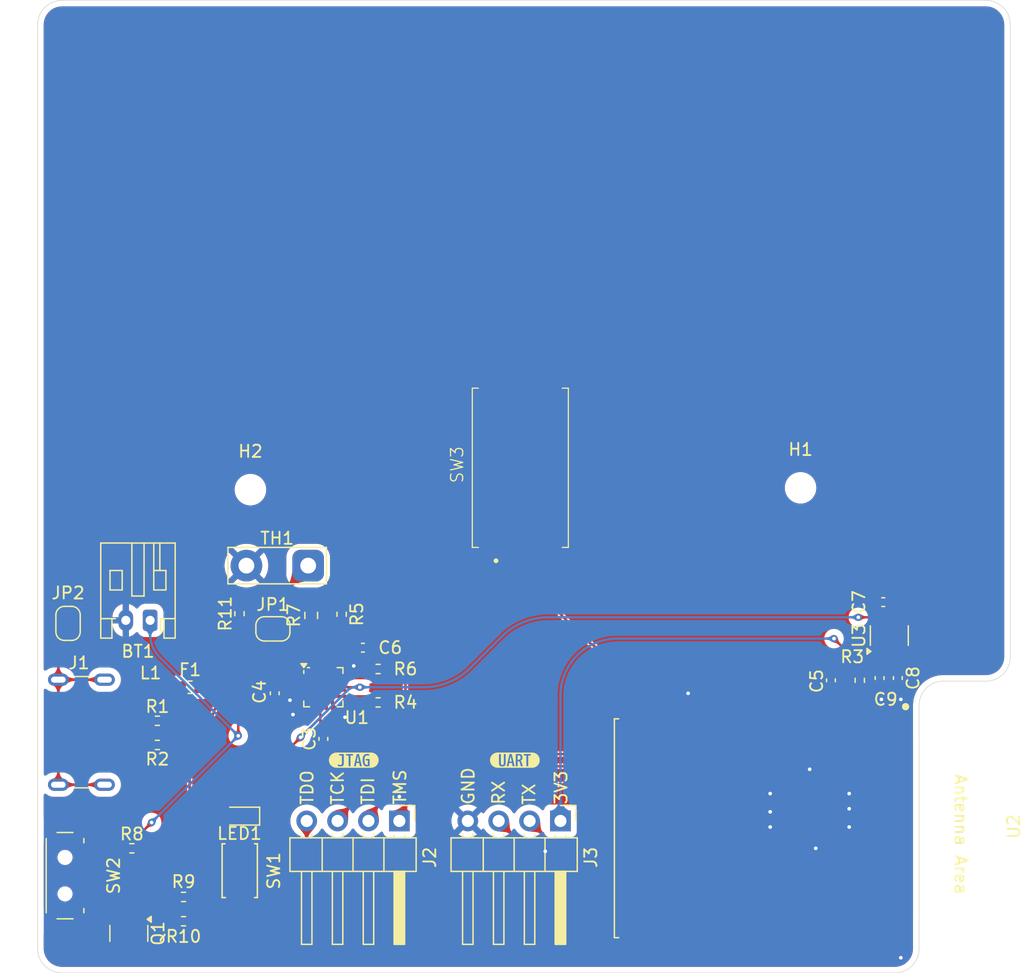
<source format=kicad_pcb>
(kicad_pcb (version 20241229) (generator "pcbnew") (generator_version "9.0")
  (layers (0 "F.Cu" signal) (2 "B.Cu" signal) (13 "F.Paste" user) (15 "B.Paste" user) (5 "F.SilkS" user "F.Silkscreen") (7 "B.SilkS" user "B.Silkscreen") (1 "F.Mask" user) (3 "B.Mask" user) (25 "Edge.Cuts" user))
  (net 0 "")
  (net 1 "+BATT")
  (net 2 "+3V3")
  (net 3 "GND")
  (net 4 "+VSW")
  (net 5 "Net-(U2-EN{slash}CHIP_PU)")
  (net 6 "+5V")
  (net 7 "Net-(F1-Pad1)")
  (net 8 "Net-(J1-CC1)")
  (net 9 "Net-(J1-CC2)")
  (net 10 "Earth")
  (net 11 "TDO")
  (net 12 "TCK")
  (net 13 "TDI")
  (net 14 "TMS")
  (net 15 "/RX")
  (net 16 "/TX")
  (net 17 "TEMP")
  (net 18 "Net-(JP1-A)")
  (net 19 "Net-(LED1-K)")
  (net 20 "SYSOFF")
  (net 21 "Net-(Q1-G)")
  (net 22 "Net-(U1-~{CHG})")
  (net 23 "/TMR")
  (net 24 "/ILIM")
  (net 25 "/ISET")
  (net 26 "Net-(U2-GPIO0{slash}BOOT{slash}ADC2_CH1)")
  (net 43 "/ON")
  (net 44 "Net-(U2-ADC2_CH7{slash}GPIO27)")
  (net 46 "Net-(J1-VBUS-PadA9)")
  (footprint "Package_TO_SOT_SMD:SOT-23" (layer "F.Cu") (at 190 134.25 -90)
    (property "Reference" "Q1")
    (property "Value" "2N7002")
  )
  (footprint "Jumper:SolderJumper-2_P1.3mm_Bridged_RoundedPad1.0x1.5mm" (layer "F.Cu") (at 185 108.75 90)
    (property "Reference" "JP2")
    (property "Value" "Shield")
  )
  (footprint "Capacitor_SMD:C_0402_1005Metric_Pad0.74x0.62mm_HandSolder" (layer "F.Cu") (at 252.05 107 180)
    (property "Reference" "C7")
    (property "Value" "1u")
  )
  (footprint "Fuse:Fuse_0603_1608Metric" (layer "F.Cu") (at 195.0375 114)
    (property "Reference" "F1")
    (property "Value" "750 mA")
  )
  (footprint "Capacitor_SMD:C_0402_1005Metric_Pad0.74x0.62mm_HandSolder" (layer "F.Cu") (at 253.25 113.25 -90)
    (property "Reference" "C8")
    (property "Value" "1u")
  )
  (footprint "kibuzzard-685930AE" (layer "F.Cu") (at 208.5 120)
    (property "Reference" "kibuzzard-685930AE" (hide yes))
    (property "Value" "G***" (hide yes))
  )
  (footprint "MountingHole:MountingHole_2.2mm_M2" (layer "F.Cu") (at 200 97.75)
    (property "Reference" "H2")
    (property "Value" "MountingHole")
  )
  (footprint "Resistor_SMD:R_0402_1005Metric_Pad0.72x0.64mm_HandSolder" (layer "F.Cu") (at 210.5 112.5)
    (property "Reference" "R6")
    (property "Value" "1k5")
  )
  (footprint "Resistor_SMD:R_0402_1005Metric_Pad0.72x0.64mm_HandSolder" (layer "F.Cu") (at 192.3475 118.75 180)
    (property "Reference" "R2")
    (property "Value" "5k1")
  )
  (footprint "Connector_USB:USB_C_Receptacle_HRO_TYPE-C-31-M-17" (layer "F.Cu") (at 185 117.7 -90)
    (property "Reference" "J1")
    (property "Value" "TYPE-C-31-M-17")
  )
  (footprint "Connector_PinHeader_2.54mm:PinHeader_1x04_P2.54mm_Horizontal" (layer "F.Cu") (at 212.25 125 -90)
    (property "Reference" "J2")
    (property "Value" "JTAG")
  )
  (footprint "Resistor_SMD:R_0402_1005Metric_Pad0.72x0.64mm_HandSolder" (layer "F.Cu") (at 250.12 113.4325 -90)
    (property "Reference" "R3")
    (property "Value" "10k")
  )
  (footprint "ExtraComponents:WAGO 2060-452998-404" (layer "F.Cu") (at 222.2 95.7 90)
    (property "Reference" "SW3")
    (property "Value" "SW_ANSWER")
  )
  (footprint "TestPoint:TestPoint_2Pads_Pitch5.08mm_Drill1.3mm" (layer "F.Cu") (at 204.75 104 180)
    (property "Reference" "TH1")
    (property "Value" "10k Thermistor")
  )
  (footprint "Connector_JST:JST_PH_S2B-PH-K_1x02_P2.00mm_Horizontal" (layer "F.Cu") (at 191.75 108.5 180)
    (property "Reference" "BT1")
    (property "Value" "Battery_Cell")
  )
  (footprint "LED_SMD:LED_0603_1608Metric_Pad1.05x0.95mm_HandSolder" (layer "F.Cu") (at 199.098218 124.602664 180)
    (property "Reference" "LED1")
    (property "Value" "green")
  )
  (footprint "Capacitor_SMD:C_0402_1005Metric_Pad0.74x0.62mm_HandSolder" (layer "F.Cu") (at 202 114.5 -90)
    (property "Reference" "C4")
    (property "Value" "4u7")
  )
  (footprint "Resistor_SMD:R_0402_1005Metric_Pad0.72x0.64mm_HandSolder" (layer "F.Cu") (at 199.1 107.95 90)
    (property "Reference" "R11")
    (property "Value" "10k")
  )
  (footprint "Capacitor_SMD:C_0402_1005Metric_Pad0.74x0.62mm_HandSolder" (layer "F.Cu") (at 251.75 113.25 -90)
    (property "Reference" "C9")
    (property "Value" "100n")
  )
  (footprint "Resistor_SMD:R_0402_1005Metric_Pad0.72x0.64mm_HandSolder" (layer "F.Cu") (at 194.5 131.25 180)
    (property "Reference" "R9")
    (property "Value" "100R")
  )
  (footprint "Capacitor_SMD:C_0402_1005Metric_Pad0.74x0.62mm_HandSolder" (layer "F.Cu") (at 206 118.25 90)
    (property "Reference" "C3")
    (property "Value" "4u7")
  )
  (footprint "Resistor_SMD:R_0402_1005Metric_Pad0.72x0.64mm_HandSolder" (layer "F.Cu") (at 192.3475 116.76)
    (property "Reference" "R1")
    (property "Value" "5k1")
  )
  (footprint "Package_DFN_QFN:VQFN-16-1EP_3x3mm_P0.5mm_EP1.6x1.6mm" (layer "F.Cu") (at 206 114)
    (property "Reference" "U1")
    (property "Value" "BQ24075RGT")
  )
  (footprint "ExtraComponents:TS-1088-AR02016" (layer "F.Cu") (at 199.120718 129.102664 -90)
    (property "Reference" "SW1")
    (property "Value" "SW_BOOT")
  )
  (footprint "Inductor_SMD:L_0402_1005Metric" (layer "F.Cu") (at 191.7875 114)
    (property "Reference" "L1")
    (property "Value" "BLM15PX121SN1D")
  )
  (footprint "Capacitor_SMD:C_0402_1005Metric_Pad0.74x0.62mm_HandSolder" (layer "F.Cu") (at 247.75 113.4325 90)
    (property "Reference" "C5")
    (property "Value" "1u")
  )
  (footprint "Connector_PinHeader_2.54mm:PinHeader_1x04_P2.54mm_Horizontal" (layer "F.Cu") (at 225.5 125 -90)
    (property "Reference" "J3")
    (property "Value" "UART")
  )
  (footprint "PCM_Espressif:ESP32-WROVER-E" (layer "F.Cu") (at 245.64 125.6 -90)
    (property "Reference" "U2")
    (property "Value" "ESP32-WROVER-IE-N16R8")
  )
  (footprint "Resistor_SMD:R_0402_1005Metric_Pad0.72x0.64mm_HandSolder" (layer "F.Cu") (at 210.5 115.25 180)
    (property "Reference" "R4")
    (property "Value" "1k5")
  )
  (footprint "PCM_marbastlib-various:SW_MSK12C02-HB" (layer "F.Cu") (at 184.75 129.5 90)
    (property "Reference" "SW2")
    (property "Value" "PWR")
  )
  (footprint "Resistor_SMD:R_0603_1608Metric_Pad0.98x0.95mm_HandSolder" (layer "F.Cu") (at 205 108.093459 90)
    (property "Reference" "R7")
    (property "Value" "3k9")
  )
  (footprint "kibuzzard-6859309F" (layer "F.Cu") (at 221.75 120)
    (property "Reference" "kibuzzard-6859309F" (hide yes))
    (property "Value" "G***" (hide yes))
  )
  (footprint "Capacitor_SMD:C_0402_1005Metric_Pad0.74x0.62mm_HandSolder" (layer "F.Cu") (at 209.25 110.75 180)
    (property "Reference" "C6")
    (property "Value" "1u")
  )
  (footprint "Resistor_SMD:R_0402_1005Metric_Pad0.72x0.64mm_HandSolder" (layer "F.Cu") (at 207.5 108 90)
    (property "Reference" "R5")
    (property "Value" "47k")
  )
  (footprint "Package_TO_SOT_SMD:SOT-23-3" (layer "F.Cu") (at 252.55 109.75 90)
    (property "Reference" "U3")
    (property "Value" "XC6206P332MR-G")
  )
  (footprint "Resistor_SMD:R_0402_1005Metric_Pad0.72x0.64mm_HandSolder" (layer "F.Cu") (at 190.25 127.25)
    (property "Reference" "R8")
    (property "Value" "100k")
  )
  (footprint "Jumper:SolderJumper-2_P1.3mm_Open_RoundedPad1.0x1.5mm" (layer "F.Cu") (at 201.85 109.2)
    (property "Reference" "JP1")
    (property "Value" "TS-Bypass")
  )
  (footprint "Resistor_SMD:R_0402_1005Metric_Pad0.72x0.64mm_HandSolder" (layer "F.Cu") (at 194.5 133.25)
    (property "Reference" "R10")
    (property "Value" "10k")
  )
  (footprint "MountingHole:MountingHole_2.2mm_M2" (layer "F.Cu") (at 245.25 97.6)
    (property "Reference" "H1")
    (property "Value" "MountingHole")
  )
  (gr_arc (start 255 115.5) (mid 255.585786 114.085786) (end 257 113.5) (stroke (width 0.05)) (layer "Edge.Cuts"))
  (gr_arc (start 262.5 111.5) (mid 261.914214 112.914214) (end 260.5 113.5) (stroke (width 0.05)) (layer "Edge.Cuts"))
  (gr_line (start 255 135.5) (end 255 115.5) (stroke (width 0.05)) (layer "Edge.Cuts"))
  (gr_line (start 182.5 59.5) (end 182.5 135.5) (stroke (width 0.05)) (layer "Edge.Cuts"))
  (gr_line (start 257 113.5) (end 260.5 113.5) (stroke (width 0.05)) (layer "Edge.Cuts"))
  (gr_line (start 262.5 111.5) (end 262.5 59.5) (stroke (width 0.05)) (layer "Edge.Cuts"))
  (gr_arc (start 260.5 57.5) (mid 261.914214 58.085786) (end 262.5 59.5) (stroke (width 0.05)) (layer "Edge.Cuts"))
  (gr_arc (start 255 135.5) (mid 254.414214 136.914214) (end 253 137.5) (stroke (width 0.05)) (layer "Edge.Cuts"))
  (gr_line (start 184.5 57.5) (end 260.5 57.5) (stroke (width 0.05)) (layer "Edge.Cuts"))
  (gr_line (start 253 137.5) (end 184.5 137.5) (stroke (width 0.05)) (layer "Edge.Cuts"))
  (gr_arc (start 182.5 59.5) (mid 183.085786 58.085786) (end 184.5 57.5) (stroke (width 0.05)) (layer "Edge.Cuts"))
  (gr_arc (start 184.5 137.5) (mid 183.085786 136.914214) (end 182.5 135.5) (stroke (width 0.05)) (layer "Edge.Cuts"))
  (gr_text "TX" (at 223.5 123.75 90) (layer "F.SilkS") (effects (font (size 1 1)) (justify left bottom)))
  (gr_text "TDO" (at 205.25 123.75 90) (layer "F.SilkS") (effects (font (size 1 1)) (justify left bottom)))
  (gr_text "GND" (at 218.5 123.75 90) (layer "F.SilkS") (effects (font (size 1 1)) (justify left bottom)))
  (gr_text "3V3" (at 226.135 123.73 90) (layer "F.SilkS") (effects (font (size 1 1)) (justify left bottom)))
  (gr_text "RX" (at 221 123.75 90) (layer "F.SilkS") (effects (font (size 1 1)) (justify left bottom)))
  (gr_text "TDI" (at 210.25 123.75 90) (layer "F.SilkS") (effects (font (size 1 1)) (justify left bottom)))
  (gr_text "TMS" (at 212.885 123.73 90) (layer "F.SilkS") (effects (font (size 1 1)) (justify left bottom)))
  (gr_text "TCK" (at 207.75 123.75 90) (layer "F.SilkS") (effects (font (size 1 1)) (justify left bottom)))
  (segment (start 204.5625 113.95227) (end 204.5625 113.75) (width 0.2) (layer "F.Cu") (net 1))
  (segment (start 202 113.9325) (end 201.53375 113.9325) (width 0.2) (layer "F.Cu") (net 1))
  (segment (start 204.5625 114.047729) (end 204.5625 114.25) (width 0.2) (layer "F.Cu") (net 1))
  (segment (start 199.707106 115.292893) (end 200.737811 114.262188) (width 0.2) (layer "F.Cu") (net 1))
  (segment (start 190.8475 126.70125) (end 190.8475 127.25) (width 0.2) (layer "F.Cu") (net 1))
  (segment (start 202 113.9325) (end 204.44727 113.9325) (width 0.2) (layer "F.Cu") (net 1))
  (segment (start 191.235524 125.764475) (end 191.875 125.125) (width 0.2) (layer "F.Cu") (net 1))
  (segment (start 199 117) (end 199 118) (width 0.2) (layer "F.Cu") (net 1))
  (segment (start 204.5625 113.95227) (end 204.5625 114.047729) (width 0.2) (layer "F.Cu") (net 1))
  (via (at 199 118) (size 0.6) (drill 0.3) (layers "F.Cu" "B.Cu") (net 1))
  (via (at 191.875 125.125) (size 0.6) (drill 0.3) (layers "F.Cu" "B.Cu") (net 1))
  (arc (start 199.707106 115.292893) (mid 199.18377 116.07612) (end 199 117) (width 0.2) (layer "F.Cu") (net 1))
  (arc (start 204.52875 113.96625) (mid 204.491366 113.941271) (end 204.44727 113.9325) (width 0.2) (layer "F.Cu") (net 1))
  (arc (start 204.52875 113.96625) (mid 204.550295 113.970535) (end 204.5625 113.95227) (width 0.2) (layer "F.Cu") (net 1))
  (arc (start 201.53375 113.9325) (mid 201.102991 114.018183) (end 200.737811 114.262188) (width 0.2) (layer "F.Cu") (net 1))
  (arc (start 191.235524 125.764475) (mid 190.948344 126.194271) (end 190.8475 126.70125) (width 0.2) (layer "F.Cu") (net 1))
  (arc (start 204.5625 114.047729) (mid 204.553728 114.003633) (end 204.52875 113.96625) (width 0.2) (layer "F.Cu") (net 1))
  (segment (start 191.875 125.125) (end 199 118) (width 0.2) (layer "B.Cu") (net 1))
  (segment (start 192.545495 111.545495) (end 199 118) (width 0.2) (layer "B.Cu") (net 1))
  (segment (start 191.75 109.625) (end 191.75 108.5) (width 0.2) (layer "B.Cu") (net 1))
  (arc (start 191.75 109.625) (mid 191.956742 110.664364) (end 192.545495 111.545495) (width 0.2) (layer "B.Cu") (net 1))
  (segment (start 249.867209 111.867209) (end 248 110) (width 0.2) (layer "F.Cu") (net 2))
  (segment (start 250.12 112.727166) (end 250.12 112.4775) (width 0.2) (layer "F.Cu") (net 2))
  (segment (start 252.5625 116.7875) (end 252.625 116.85) (width 0.2) (layer "F.Cu") (net 2))
  (segment (start 253.141875 112.6825) (end 251.75 112.6825) (width 0.2) (layer "F.Cu") (net 2))
  (segment (start 253.374999 112.557499) (end 253.326455 112.606044) (width 0.2) (layer "F.Cu") (net 2))
  (segment (start 252.5 116.636611) (end 252.5 113.593668) (width 0.2) (layer "F.Cu") (net 2))
  (segment (start 252.957294 112.758955) (end 252.766875 112.949375) (width 0.2) (layer "F.Cu") (net 2))
  (segment (start 250.380333 112.6825) (end 251.75 112.6825) (width 0.2) (layer "F.Cu") (net 2))
  (segment (start 253.5 112.255723) (end 253.5 110.8875) (width 0.2) (layer "F.Cu") (net 2))
  (via (at 248 110) (size 0.6) (drill 0.3) (layers "F.Cu" "B.Cu") (net 2))
  (arc (start 253.141875 112.6825) (mid 253.04198 112.70237) (end 252.957294 112.758955) (width 0.2) (layer "F.Cu") (net 2))
  (arc (start 250.380333 112.6825) (mid 250.280708 112.702316) (end 250.19625 112.75875) (width 0.2) (layer "F.Cu") (net 2))
  (arc (start 253.141875 112.6825) (mid 253.241769 112.662629) (end 253.326455 112.606044) (width 0.2) (layer "F.Cu") (net 2))
  (arc (start 253.141875 112.6825) (mid 253.141875 112.6825) (end 253.141875 112.6825) (width 0.2) (layer "F.Cu") (net 2))
  (arc (start 253.326455 112.606044) (mid 253.241769 112.662629) (end 253.141875 112.6825) (width 0.2) (layer "F.Cu") (net 2))
  (arc (start 252.5 116.636611) (mid 252.516243 116.718271) (end 252.5625 116.7875) (width 0.2) (layer "F.Cu") (net 2))
  (arc (start 253.5 112.255723) (mid 253.467513 112.419043) (end 253.374999 112.557499) (width 0.2) (layer "F.Cu") (net 2))
  (arc (start 249.867209 111.867209) (mid 250.054301 112.147212) (end 250.12 112.4775) (width 0.2) (layer "F.Cu") (net 2))
  (arc (start 250.12 112.727166) (mid 250.147573 112.768432) (end 250.19625 112.75875) (width 0.2) (layer "F.Cu") (net 2))
  (arc (start 252.766875 112.949375) (mid 252.569358 113.244979) (end 252.5 113.593668) (width 0.2) (layer "F.Cu") (net 2))
  (segment (start 248 110) (end 230.194543 110) (width 0.2) (layer "B.Cu") (net 2))
  (segment (start 225.5 114.694543) (end 225.5 125) (width 0.2) (layer "B.Cu") (net 2))
  (arc (start 226.875 111.375) (mid 225.85735 112.898019) (end 225.5 114.694543) (width 0.2) (layer "B.Cu") (net 2))
  (arc (start 230.194543 110) (mid 228.398019 110.35735) (end 226.875 111.375) (width 0.2) (layer "B.Cu") (net 2))
  (segment (start 204.768956 115.918543) (end 205.006932 115.680567) (width 0.2) (layer "F.Cu") (net 3))
  (segment (start 211.0975 112.70125) (end 211.0975 113.113488) (width 0.2) (layer "F.Cu") (net 3))
  (segment (start 249.25 124) (end 249.2 124.05) (width 0.2) (layer "F.Cu") (net 3))
  (segment (start 249.079289 124.1) (end 247.5 124.1) (width 0.2) (layer "F.Cu") (net 3))
  (segment (start 210.064738 117) (end 208.68815 117) (width 0.2) (layer "F.Cu") (net 3))
  (segment (start 253.895 115.674307) (end 253.895 116.85) (width 0.2) (layer "F.Cu") (net 3))
  (segment (start 249.25 125.5) (end 247.5 125.5) (width 0.2) (layer "F.Cu") (net 3))
  (segment (start 205.624999 114.374999) (end 205.493067 114.506932) (width 0.2) (layer "F.Cu") (net 3))
  (segment (start 253.5 115) (end 253.6975 115.1975) (width 0.2) (layer "F.Cu") (net 3))
  (segment (start 251.75 114.743933) (end 251.75 113.8175) (width 0.2) (layer "F.Cu") (net 3))
  (segment (start 242.835355 122.7) (end 244.7 122.7) (width 0.2) (layer "F.Cu") (net 3))
  (segment (start 186.5 116.452253) (end 186.5 117.974695) (width 0.2) (layer "F.Cu") (net 3))
  (segment (start 211.0975 112.29875) (end 211.0975 112.70125) (width 0.2) (layer "F.Cu") (net 3))
  (segment (start 246.3 127.05) (end 246.5 127.25) (width 0.2) (layer "F.Cu") (net 3))
  (segment (start 242.75 122.75) (end 242.775 122.725) (width 0.2) (layer "F.Cu") (net 3))
  (segment (start 208.5 112.25) (end 208.5 112.15875) (width 0.2) (layer "F.Cu") (net 3))
  (segment (start 206.375 114.375) (end 206.506932 114.506932) (width 0.2) (layer "F.Cu") (net 3))
  (segment (start 253.5 136.25) (end 253.6975 136.0525) (width 0.2) (layer "F.Cu") (net 3))
  (segment (start 249.156109 122.695) (end 247.5 122.695) (width 0.2) (layer "F.Cu") (net 3))
  (segment (start 209.841364 110.841364) (end 210.955194 111.955194) (width 0.2) (layer "F.Cu") (net 3))
  (segment (start 206.993067 115.680567) (end 207.78125 116.46875) (width 0.2) (layer "F.Cu") (net 3))
  (segment (start 210.512 114.527011) (end 210.512 116.552738) (width 0.2) (layer "F.Cu") (net 3))
  (segment (start 206.75 115.78125) (end 206.75 117.537169) (width 0.2) (layer "F.Cu") (net 3))
  (segment (start 236.115 114.696317) (end 236.115 116.85) (width 0.2) (layer "F.Cu") (net 3))
  (segment (start 246 120.75) (end 246.05 120.8) (width 0.2) (layer "F.Cu") (net 3))
  (segment (start 242.75 125.5) (end 244.7 125.5) (width 0.2) (layer "F.Cu") (net 3))
  (segment (start 206.75 115.78125) (end 206.75 115.09375) (width 0.2) (layer "F.Cu") (net 3))
  (segment (start 187.225 119.725) (end 187.868682 120.368682) (width 0.2) (layer "F.Cu") (net 3))
  (segment (start 187.78 114.95) (end 188.18 114.95) (width 0.2) (layer "F.Cu") (net 3))
  (segment (start 246.1 120.92071) (end 246.1 122.7) (width 0.2) (layer "F.Cu") (net 3))
  (segment (start 186.939999 115.389999) (end 187.097157 115.232842) (width 0.2) (layer "F.Cu") (net 3))
  (segment (start 207.78125 116.46875) (end 208.046875 116.734375) (width 0.2) (layer "F.Cu") (net 3))
  (segment (start 204.71875 114.75) (end 204.40625 114.75) (width 0.2) (layer "F.Cu") (net 3))
  (segment (start 251.825 114.925) (end 251.9 115) (width 0.2) (layer "F.Cu") (net 3))
  (segment (start 246.1 126.567157) (end 246.1 125.5) (width 0.2) (layer "F.Cu") (net 3))
  (segment (start 253.895 135.575692) (end 253.895 134.35) (width 0.2) (layer "F.Cu") (net 3))
  (segment (start 203.25 115.0675) (end 203.707993 115.0675) (width 0.2) (layer "F.Cu") (net 3))
  (segment (start 204.091249 114.908749) (end 204.139514 114.860485) (width 0.2) (layer "F.Cu") (net 3))
  (segment (start 204.71875 114.75) (end 204.90625 114.75) (width 0.2) (layer "F.Cu") (net 3))
  (segment (start 249.2225 122.7225) (end 249.25 122.75) (width 0.2) (layer "F.Cu") (net 3))
  (segment (start 208.564523 112.002976) (end 209.793635 110.773864) (width 0.2) (layer "F.Cu") (net 3))
  (segment (start 242.75 124.25) (end 242.825 124.175) (width 0.2) (layer "F.Cu") (net 3))
  (segment (start 188.065 120.45) (end 188.18 120.45) (width 0.2) (layer "F.Cu") (net 3))
  (segment (start 236.0575 114.5575) (end 236 114.5) (width 0.2) (layer "F.Cu") (net 3))
  (segment (start 203.25 115.0675) (end 202 115.0675) (width 0.2) (layer "F.Cu") (net 3))
  (segment (start 243.006066 124.1) (end 244.7 124.1) (width 0.2) (layer "F.Cu") (net 3))
  (segment (start 206.375 118.4425) (end 206 118.8175) (width 0.2) (layer "F.Cu") (net 3))
  (segment (start 203.96875 116.25) (end 203.5 116.25) (width 0.2) (layer "F.Cu") (net 3))
  (via (at 242.75 122.75) (size 0.6) (drill 0.3) (layers "F.Cu" "B.Cu") (net 3))
  (via (at 253.5 136.25) (size 0.6) (drill 0.3) (layers "F.Cu" "B.Cu") (net 3))
  (via (at 212.25 123) (size 0.6) (drill 0.3) (layers "F.Cu" "B.Cu") (net 3))
  (via (at 242.75 125.5) (size 0.6) (drill 0.3) (layers "F.Cu" "B.Cu") (net 3))
  (via (at 251.9 115) (size 0.6) (drill 0.3) (layers "F.Cu" "B.Cu") (net 3))
  (via (at 203.5 116.25) (size 0.6) (drill 0.3) (layers "F.Cu" "B.Cu") (net 3))
  (via (at 208.5 112.25) (size 0.6) (drill 0.3) (layers "F.Cu" "B.Cu") (net 3))
  (via (at 253.5 115) (size 0.6) (drill 0.3) (layers "F.Cu" "B.Cu") (net 3))
  (via (at 246 120.75) (size 0.6) (drill 0.3) (layers "F.Cu" "B.Cu") (net 3))
  (via (at 236 114.5) (size 0.6) (drill 0.3) (layers "F.Cu" "B.Cu") (net 3))
  (via (at 246.5 127.25) (size 0.6) (drill 0.3) (layers "F.Cu" "B.Cu") (net 3))
  (via (at 203.25 115.0675) (size 0.6) (drill 0.3) (layers "F.Cu" "B.Cu") (net 3))
  (via (at 242.75 124.25) (size 0.6) (drill 0.3) (layers "F.Cu" "B.Cu") (net 3))
  (via (at 224.25 127.5) (size 0.6) (drill 0.3) (layers "F.Cu" "B.Cu") (net 3))
  (via (at 249.25 122.75) (size 0.6) (drill 0.3) (layers "F.Cu" "B.Cu") (net 3))
  (via (at 249.25 124) (size 0.6) (drill 0.3) (layers "F.Cu" "B.Cu") (net 3))
  (via (at 207.78125 116.46875) (size 0.6) (drill 0.3) (layers "F.Cu" "B.Cu") (net 3))
  (via (at 249.25 125.5) (size 0.6) (drill 0.3) (layers "F.Cu" "B.Cu") (net 3))
  (arc (start 209.8175 110.78375) (mid 209.80887 110.770834) (end 209.793635 110.773864) (width 0.2) (layer "F.Cu") (net 3))
  (arc (start 186.5 117.974695) (mid 186.688421 118.921953) (end 187.225 119.725) (width 0.2) (layer "F.Cu") (net 3))
  (arc (start 206.375 114.375) (mid 205.999999 114.219669) (end 205.624999 114.374999) (width 0.2) (layer "F.Cu") (net 3))
  (arc (start 243.006066 124.1) (mid 242.908073 124.119491) (end 242.825 124.175) (width 0.2) (layer "F.Cu") (net 3))
  (arc (start 242.835355 122.7) (mid 242.802691 122.706497) (end 242.775 122.725) (width 0.2) (layer "F.Cu") (net 3))
  (arc (start 206.506932 114.506932) (mid 206.686828 114.776166) (end 206.75 115.09375) (width 0.2) (layer "F.Cu") (net 3))
  (arc (start 210.512 116.552738) (mid 210.477954 116.723897) (end 210.381 116.869) (width 0.2) (layer "F.Cu") (net 3))
  (arc (start 209.8175 110.78375) (mid 209.823702 110.81493) (end 209.841364 110.841364) (width 0.2) (layer "F.Cu") (net 3))
  (arc (start 204.90625 114.75) (mid 205.223833 114.686828) (end 205.493067 114.506932) (width 0.2) (layer "F.Cu") (net 3))
  (arc (start 206.993067 115.680567) (mid 206.837896 115.649702) (end 206.75 115.78125) (width 0.2) (layer "F.Cu") (net 3))
  (arc (start 210.955194 111.955194) (mid 211.060515 112.112819) (end 211.0975 112.29875) (width 0.2) (layer "F.Cu") (net 3))
  (arc (start 253.6975 115.1975) (mid 253.843671 115.41626) (end 253.895 115.674307) (width 0.2) (layer "F.Cu") (net 3))
  (arc (start 246.1 126.567157) (mid 246.151978 126.828469) (end 246.3 127.05) (width 0.2) (layer "F.Cu") (net 3))
  (arc (start 204.091249 114.908749) (mid 203.91541 115.026241) (end 203.707993 115.0675) (width 0.2) (layer "F.Cu") (net 3))
  (arc (start 236.0575 114.5575) (mid 236.100056 114.621189) (end 236.115 114.696317) (width 0.2) (layer "F.Cu") (net 3))
  (arc (start 187.78 114.95) (mid 187.410448 115.023508) (end 187.097157 115.232842) (width 0.2) (layer "F.Cu") (net 3))
  (arc (start 186.939999 115.389999) (mid 186.614352 115.877365) (end 186.5 116.452253) (width 0.2) (layer "F.Cu") (net 3))
  (arc (start 204.768956 115.918543) (mid 204.401818 116.163857) (end 203.96875 116.25) (width 0.2) (layer "F.Cu") (net 3))
  (arc (start 204.40625 114.75) (mid 204.261893 114.778714) (end 204.139514 114.860485) (width 0.2) (layer "F.Cu") (net 3))
  (arc (start 251.75 114.743933) (mid 251.769491 114.841925) (end 251.825 114.925) (width 0.2) (layer "F.Cu") (net 3))
  (arc (start 208.564523 112.002976) (mid 208.516768 112.074445) (end 208.5 112.15875) (width 0.2) (layer "F.Cu") (net 3))
  (arc (start 210.80475 113.82025) (mid 210.588083 114.144514) (end 210.512 114.527011) (width 0.2) (layer "F.Cu") (net 3))
  (arc (start 205.493067 114.506932) (mid 205.313171 114.776166) (end 205.25 115.09375) (width 0.2) (layer "F.Cu") (net 3))
  (arc (start 208.046875 116.734375) (mid 208.341094 116.930966) (end 208.68815 117) (width 0.2) (layer "F.Cu") (net 3))
  (arc (start 206.75 117.537169) (mid 206.65254 118.02713) (end 206.375 118.4425) (width 0.2) (layer "F.Cu") (net 3))
  (arc (start 253.895 135.575692) (mid 253.843671 135.833738) (end 253.6975 136.0525) (width 0.2) (layer "F.Cu") (net 3))
  (arc (start 246.05 120.8) (mid 246.087005 120.855382) (end 246.1 120.92071) (width 0.2) (layer "F.Cu") (net 3))
  (arc (start 187.868682 120.368682) (mid 187.958753 120.428866) (end 188.065 120.45) (width 0.2) (layer "F.Cu") (net 3))
  (arc (start 205.25 115.09375) (mid 205.149317 114.850682) (end 204.90625 114.75) (width 0.2) (layer "F.Cu") (net 3))
  (arc (start 210.381 116.869) (mid 210.235897 116.965954) (end 210.064738 117) (width 0.2) (layer "F.Cu") (net 3))
  (arc (start 206.75 115.09375) (mid 206.813171 115.411333) (end 206.993067 115.680567) (width 0.2) (layer "F.Cu") (net 3))
  (arc (start 205.25 115.09375) (mid 205.186828 115.411333) (end 205.006932 115.680567) (width 0.2) (layer "F.Cu") (net 3))
  (arc (start 211.0975 113.113488) (mid 211.021416 113.495985) (end 210.80475 113.82025) (width 0.2) (layer "F.Cu") (net 3))
  (arc (start 249.2225 122.7225) (mid 249.192039 122.702147) (end 249.156109 122.695) (width 0.2) (layer "F.Cu") (net 3))
  (arc (start 249.2 124.05) (mid 249.144617 124.087005) (end 249.079289 124.1) (width 0.2) (layer "F.Cu") (net 3))
  (segment (start 204.512188 114.737811) (end 206.469669 112.78033) (width 0.2) (layer "B.Cu") (net 3))
  (segment (start 203.71625 115.0675) (end 203.25 115.0675) (width 0.2) (layer "B.Cu") (net 3))
  (segment (start 208.5 112.25) (end 207.75 112.25) (width 0.2) (layer "B.Cu") (net 3))
  (arc (start 204.512188 114.737811) (mid 204.147008 114.981816) (end 203.71625 115.0675) (width 0.2) (layer "B.Cu") (net 3))
  (arc (start 207.75 112.25) (mid 207.05709 112.387828) (end 206.469669 112.78033) (width 0.2) (layer "B.Cu") (net 3))
  (segment (start 197.995718 124.428473) (end 197.995718 124.602664) (width 0.2) (layer "F.Cu") (net 4))
  (segment (start 252.36875 108.43125) (end 252.55 108.6125) (width 0.2) (layer "F.Cu") (net 4))
  (segment (start 252.55 107.029874) (end 252.55 108.69727) (width 0.2) (layer "F.Cu") (net 4))
  (segment (start 198.118889 124.13111) (end 204.125 118.125) (width 0.2) (layer "F.Cu") (net 4))
  (segment (start 207.5625 114) (end 209 114) (width 0.2) (layer "F.Cu") (net 4))
  (segment (start 252.55875 107.00875) (end 252.5675 107) (width 0.2) (layer "F.Cu") (net 4))
  (segment (start 207.4375 113.875) (end 207.4375 113.75) (width 0.2) (layer "F.Cu") (net 4))
  (segment (start 207.4375 114.125) (end 207.4375 113.875) (width 0.2) (layer "F.Cu") (net 4))
  (segment (start 205.875 117.5575) (end 206 117.6825) (width 0.2) (layer "F.Cu") (net 4))
  (segment (start 252.58375 108.71125) (end 252.6175 108.6775) (width 0.2) (layer "F.Cu") (net 4))
  (segment (start 251.931173 108.25) (end 250 108.25) (width 0.2) (layer "F.Cu") (net 4))
  (segment (start 204.125 118.125) (end 205.75 116.5) (width 0.2) (layer "F.Cu") (net 4))
  (segment (start 207.4375 114.125) (end 207.4375 114.25) (width 0.2) (layer "F.Cu") (net 4))
  (segment (start 205.75 117.255723) (end 205.75 115.4375) (width 0.2) (layer "F.Cu") (net 4))
  (via (at 204.125 118.125) (size 0.6) (drill 0.3) (layers "F.Cu" "B.Cu") (net 4))
  (via (at 250 108.25) (size 0.6) (drill 0.3) (layers "F.Cu" "B.Cu") (net 4))
  (via (at 209 114) (size 0.6) (drill 0.3) (layers "F.Cu" "B.Cu") (net 4))
  (arc (start 198.118889 124.13111) (mid 198.027729 124.267541) (end 197.995718 124.428473) (width 0.2) (layer "F.Cu") (net 4))
  (arc (start 205.75 117.255723) (mid 205.782486 117.419043) (end 205.875 117.5575) (width 0.2) (layer "F.Cu") (net 4))
  (arc (start 207.4375 113.875) (mid 207.474111 113.963388) (end 207.5625 114) (width 0.2) (layer "F.Cu") (net 4))
  (arc (start 252.36875 108.43125) (mid 252.167988 108.297105) (end 251.931173 108.25) (width 0.2) (layer "F.Cu") (net 4))
  (arc (start 252.55 108.69727) (mid 252.562204 108.715535) (end 252.58375 108.71125) (width 0.2) (layer "F.Cu") (net 4))
  (arc (start 252.55875 107.00875) (mid 252.552274 107.018441) (end 252.55 107.029874) (width 0.2) (layer "F.Cu") (net 4))
  (arc (start 207.5625 114) (mid 207.474111 114.036611) (end 207.4375 114.125) (width 0.2) (layer "F.Cu") (net 4))
  (segment (start 214.246036 114) (end 209 114) (width 0.2) (layer "B.Cu") (net 4))
  (segment (start 218.093792 112.406207) (end 220.656207 109.843792) (width 0.2) (layer "B.Cu") (net 4))
  (segment (start 250 108.25) (end 224.503963 108.25) (width 0.2) (layer "B.Cu") (net 4))
  (segment (start 208.625 114) (end 209 114) (width 0.2) (layer "B.Cu") (net 4))
  (segment (start 207.984834 114.265165) (end 204.125 118.125) (width 0.2) (layer "B.Cu") (net 4))
  (arc (start 208.625 114) (mid 208.278544 114.068914) (end 207.984834 114.265165) (width 0.2) (layer "B.Cu") (net 4))
  (arc (start 218.093792 112.406207) (mid 216.328426 113.585786) (end 214.246036 114) (width 0.2) (layer "B.Cu") (net 4))
  (arc (start 224.503963 108.25) (mid 222.421572 108.664213) (end 220.656207 109.843792) (width 0.2) (layer "B.Cu") (net 4))
  (segment (start 250.105 114.015) (end 250.135 114.045) (width 0.2) (layer "F.Cu") (net 5))
  (segment (start 250.883006 114.793006) (end 250.135 114.045) (width 0.2) (layer "F.Cu") (net 5))
  (segment (start 251.355 115.9325) (end 251.355 116.6) (width 0.2) (layer "F.Cu") (net 5))
  (segment (start 250.068786 114) (end 247.75 114) (width 0.2) (layer "F.Cu") (net 5))
  (arc (start 250.883006 114.793006) (mid 251.232332 115.31581) (end 251.355 115.9325) (width 0.2) (layer "F.Cu") (net 5))
  (arc (start 250.105 114.015) (mid 250.088385 114.003898) (end 250.068786 114) (width 0.2) (layer "F.Cu") (net 5))
  (segment (start 195.825 103.962957) (end 195.825 114) (width 0.2) (layer "F.Cu") (net 6))
  (segment (start 212.75 112.87132) (end 212.75 114.746036) (width 0.2) (layer "F.Cu") (net 6))
  (segment (start 209.216249 109.033749) (end 209.100576 109.149423) (width 0.2) (layer "F.Cu") (net 6))
  (segment (start 208.6825 110.15875) (end 208.6825 110.75) (width 0.2) (layer "F.Cu") (net 6))
  (segment (start 209.75 107.745163) (end 209.75 104.944543) (width 0.2) (layer "F.Cu") (net 6))
  (segment (start 211.25 109.25) (end 209.75 107.75) (width 0.2) (layer "F.Cu") (net 6))
  (segment (start 205.625 122.5) (end 205.414213 122.5) (width 0.2) (layer "F.Cu") (net 6))
  (segment (start 196.0975 130.25) (end 195.0975 131.25) (width 0.2) (layer "F.Cu") (net 6))
  (segment (start 205.055456 100.25) (end 199.537957 100.25) (width 0.2) (layer "F.Cu") (net 6))
  (segment (start 208.493232 110.819267) (end 206.75 112.5625) (width 0.2) (layer "F.Cu") (net 6))
  (segment (start 198.511713 129.25) (end 200.292893 129.25) (width 0.2) (layer "F.Cu") (net 6))
  (segment (start 208.399048 121.350951) (end 211.156207 118.593792) (width 0.2) (layer "F.Cu") (net 6))
  (segment (start 208.4975 110.8175) (end 208.5 110.8175) (width 0.2) (layer "F.Cu") (net 6))
  (segment (start 202 127.542893) (end 202 125.914213) (width 0.2) (layer "F.Cu") (net 6))
  (arc (start 209.75 107.745163) (mid 209.611282 108.442541) (end 209.216249 109.033749) (width 0.2) (layer "F.Cu") (net 6))
  (arc (start 198.511713 129.25) (mid 197.20515 129.509891) (end 196.0975 130.25) (width 0.2) (layer "F.Cu") (net 6))
  (arc (start 202 127.542893) (mid 201.870054 128.196174) (end 201.5 128.75) (width 0.2) (layer "F.Cu") (net 6))
  (arc (start 203 123.5) (mid 202.259891 124.60765) (end 202 125.914213) (width 0.2) (layer "F.Cu") (net 6))
  (arc (start 209.100576 109.149423) (mid 208.791154 109.612506) (end 208.6825 110.15875) (width 0.2) (layer "F.Cu") (net 6))
  (arc (start 208.399048 121.350951) (mid 207.126304 122.201371) (end 205.625 122.5) (width 0.2) (layer "F.Cu") (net 6))
  (arc (start 212.75 114.746036) (mid 212.335786 116.828426) (end 211.156207 118.593792) (width 0.2) (layer "F.Cu") (net 6))
  (arc (start 205.414213 122.5) (mid 204.10765 122.759891) (end 203 123.5) (width 0.2) (layer "F.Cu") (net 6))
  (arc (start 199.537957 100.25) (mid 198.117069 100.532632) (end 196.9125 101.3375) (width 0.2) (layer "F.Cu") (net 6))
  (arc (start 211.25 109.25) (mid 212.360162 110.911475) (end 212.75 112.87132) (width 0.2) (layer "F.Cu") (net 6))
  (arc (start 196.9125 101.3375) (mid 196.107632 102.542069) (end 195.825 103.962957) (width 0.2) (layer "F.Cu") (net 6))
  (arc (start 208.4975 110.8175) (mid 208.49519 110.817959) (end 208.493232 110.819267) (width 0.2) (layer "F.Cu") (net 6))
  (arc (start 208.375 101.625) (mid 209.392649 103.148019) (end 209.75 104.944543) (width 0.2) (layer "F.Cu") (net 6))
  (arc (start 201.5 128.75) (mid 200.946174 129.120054) (end 200.292893 129.25) (width 0.2) (layer "F.Cu") (net 6))
  (arc (start 208.375 101.625) (mid 206.85198 100.60735) (end 205.055456 100.25) (width 0.2) (layer "F.Cu") (net 6))
  (segment (start 192.2725 114) (end 194.25 114) (width 0.2) (layer "F.Cu") (net 7))
  (segment (start 190.998873 117.2) (end 188.18 117.2) (width 0.2) (layer "F.Cu") (net 8))
  (segment (start 191.53 116.98) (end 191.75 116.76) (width 0.2) (layer "F.Cu") (net 8))
  (arc (start 191.53 116.98) (mid 191.286316 117.142823) (end 190.998873 117.2) (width 0.2) (layer "F.Cu") (net 8))
  (segment (start 191.475 118.475) (end 191.75 118.75) (width 0.2) (layer "F.Cu") (net 9))
  (segment (start 190.811091 118.2) (end 188.18 118.2) (width 0.2) (layer "F.Cu") (net 9))
  (arc (start 191.475 118.475) (mid 191.170396 118.27147) (end 190.811091 118.2) (width 0.2) (layer "F.Cu") (net 9))
  (segment (start 184.6 109.8) (end 185 109.4) (width 0.2) (layer "F.Cu") (net 10))
  (segment (start 184.2 113.38) (end 184.2 110.765685) (width 0.2) (layer "F.Cu") (net 10))
  (segment (start 184.2 113.38) (end 188 113.38) (width 0.2) (layer "F.Cu") (net 10))
  (segment (start 184.2 122.02) (end 188 122.02) (width 0.2) (layer "F.Cu") (net 10))
  (segment (start 184.2 122.02) (end 184.2 113.38) (width 0.2) (layer "F.Cu") (net 10))
  (arc (start 184.6 109.8) (mid 184.303956 110.24306) (end 184.2 110.765685) (width 0.2) (layer "F.Cu") (net 10))
  (segment (start 234.256048 135.5) (end 213.328963 135.5) (width 0.2) (layer "F.Cu") (net 11))
  (segment (start 209.481207 133.906207) (end 206.063658 130.488658) (width 0.2) (layer "F.Cu") (net 11))
  (segment (start 204.63 127.0275) (end 204.63 125) (width 0.2) (layer "F.Cu") (net 11))
  (segment (start 234.845 134.911048) (end 234.845 134.35) (width 0.2) (layer "F.Cu") (net 11))
  (arc (start 204.63 127.0275) (mid 205.002595 128.900665) (end 206.063658 130.488658) (width 0.2) (layer "F.Cu") (net 11))
  (arc (start 234.6725 135.3275) (mid 234.48143 135.455168) (end 234.256048 135.5) (width 0.2) (layer "F.Cu") (net 11))
  (arc (start 234.845 134.911048) (mid 234.800168 135.13643) (end 234.6725 135.3275) (width 0.2) (layer "F.Cu") (net 11))
  (arc (start 209.481207 133.906207) (mid 211.246572 135.085786) (end 213.328963 135.5) (width 0.2) (layer "F.Cu") (net 11))
  (segment (start 232.548941 119.5) (end 214.753963 119.5) (width 0.2) (layer "F.Cu") (net 12))
  (segment (start 207.17 124.915) (end 207.17 125) (width 0.2) (layer "F.Cu") (net 12))
  (segment (start 207.230104 124.769895) (end 210.906207 121.093792) (width 0.2) (layer "F.Cu") (net 12))
  (segment (start 234.172499 118.827499) (end 234.383612 118.616387) (width 0.2) (layer "F.Cu") (net 12))
  (segment (start 234.845 117.5025) (end 234.845 116.85) (width 0.2) (layer "F.Cu") (net 12))
  (arc (start 207.230104 124.769895) (mid 207.18562 124.836469) (end 207.17 124.915) (width 0.2) (layer "F.Cu") (net 12))
  (arc (start 214.753963 119.5) (mid 212.671572 119.914213) (end 210.906207 121.093792) (width 0.2) (layer "F.Cu") (net 12))
  (arc (start 234.845 117.5025) (mid 234.725089 118.105331) (end 234.383612 118.616387) (width 0.2) (layer "F.Cu") (net 12))
  (arc (start 234.172499 118.827499) (mid 233.427604 119.325222) (end 232.548941 119.5) (width 0.2) (layer "F.Cu") (net 12))
  (segment (start 237.114531 117.885468) (end 235.9425 119.0575) (width 0.2) (layer "F.Cu") (net 13))
  (segment (start 209.71 124.77) (end 209.71 125) (width 0.2) (layer "F.Cu") (net 13))
  (segment (start 209.872634 124.377365) (end 212.156207 122.093792) (width 0.2) (layer "F.Cu") (net 13))
  (segment (start 232.459996 120.5) (end 216.003963 120.5) (width 0.2) (layer "F.Cu") (net 13))
  (segment (start 237.385 117.2325) (end 237.385 116.85) (width 0.2) (layer "F.Cu") (net 13))
  (arc (start 216.003963 120.5) (mid 213.921572 120.914213) (end 212.156207 122.093792) (width 0.2) (layer "F.Cu") (net 13))
  (arc (start 237.385 117.2325) (mid 237.314707 117.585883) (end 237.114531 117.885468) (width 0.2) (layer "F.Cu") (net 13))
  (arc (start 209.872634 124.377365) (mid 209.752267 124.557507) (end 209.71 124.77) (width 0.2) (layer "F.Cu") (net 13))
  (arc (start 235.9425 119.0575) (mid 234.344713 120.125106) (end 232.459996 120.5) (width 0.2) (layer "F.Cu") (net 13))
  (segment (start 236.496292 120.406206) (end 238.160909 118.74159) (width 0.2) (layer "F.Cu") (net 14))
  (segment (start 212.515165 123.984834) (end 213.375 123.125) (width 0.2) (layer "F.Cu") (net 14))
  (segment (start 238.655 117.54875) (end 238.655 116.85) (width 0.2) (layer "F.Cu") (net 14))
  (segment (start 212.25 124.625) (end 212.25 125) (width 0.2) (layer "F.Cu") (net 14))
  (segment (start 216.09099 122) (end 232.648536 122) (width 0.2) (layer "F.Cu") (net 14))
  (arc (start 238.655 117.54875) (mid 238.526589 118.19431) (end 238.160909 118.74159) (width 0.2) (layer "F.Cu") (net 14))
  (arc (start 212.515165 123.984834) (mid 212.318914 124.278544) (end 212.25 124.625) (width 0.2) (layer "F.Cu") (net 14))
  (arc (start 236.496292 120.406206) (mid 234.730926 121.585786) (end 232.648536 122) (width 0.2) (layer "F.Cu") (net 14))
  (arc (start 216.09099 122) (mid 214.621106 122.292377) (end 213.375 123.125) (width 0.2) (layer "F.Cu") (net 14))
  (segment (start 248.360683 132.610683) (end 246.343792 130.593792) (width 0.2) (layer "F.Cu") (net 15))
  (segment (start 248.815 133.7075) (end 248.815 134.35) (width 0.2) (layer "F.Cu") (net 15))
  (segment (start 222.826207 127.406207) (end 220.42 125) (width 0.2) (layer "F.Cu") (net 15))
  (segment (start 226.673963 129) (end 242.496036 129) (width 0.2) (layer "F.Cu") (net 15))
  (arc (start 222.826207 127.406207) (mid 224.591572 128.585786) (end 226.673963 129) (width 0.2) (layer "F.Cu") (net 15))
  (arc (start 248.360683 132.610683) (mid 248.696926 133.113907) (end 248.815 133.7075) (width 0.2) (layer "F.Cu") (net 15))
  (arc (start 246.343792 130.593792) (mid 244.578426 129.414213) (end 242.496036 129) (width 0.2) (layer "F.Cu") (net 15))
  (segment (start 249.372589 131.622589) (end 247.093792 129.343792) (width 0.2) (layer "F.Cu") (net 16))
  (segment (start 224.335 126.375) (end 222.96 125) (width 0.2) (layer "F.Cu") (net 16))
  (segment (start 250.085 133.3425) (end 250.085 134.35) (width 0.2) (layer "F.Cu") (net 16))
  (segment (start 227.654543 127.75) (end 243.246036 127.75) (width 0.2) (layer "F.Cu") (net 16))
  (arc (start 249.372589 131.622589) (mid 249.89985 132.411691) (end 250.085 133.3425) (width 0.2) (layer "F.Cu") (net 16))
  (arc (start 247.093792 129.343792) (mid 245.328426 128.164213) (end 243.246036 127.75) (width 0.2) (layer "F.Cu") (net 16))
  (arc (start 224.335 126.375) (mid 225.858019 127.392649) (end 227.654543 127.75) (width 0.2) (layer "F.Cu") (net 16))
  (segment (start 203.675 105.075) (end 204.75 104) (width 0.2) (layer "F.Cu") (net 17))
  (segment (start 202.6 107.670279) (end 202.6 109.899802) (width 0.2) (layer "F.Cu") (net 17))
  (segment (start 203.58125 112.26875) (end 204.5625 113.25) (width 0.2) (layer "F.Cu") (net 17))
  (arc (start 202.6 109.899802) (mid 202.855018 111.181867) (end 203.58125 112.26875) (width 0.2) (layer "F.Cu") (net 17))
  (arc (start 203.675 105.075) (mid 202.879383 106.265724) (end 202.6 107.670279) (width 0.2) (layer "F.Cu") (net 17))
  (segment (start 200.180003 108.6025) (end 199.1 108.6025) (width 0.2) (layer "F.Cu") (net 18))
  (segment (start 200.90125 108.90125) (end 201.2 109.2) (width 0.2) (layer "F.Cu") (net 18))
  (arc (start 200.90125 108.90125) (mid 200.570339 108.680142) (end 200.180003 108.6025) (width 0.2) (layer "F.Cu") (net 18))
  (segment (start 207.825825 119.924174) (end 210.601641 117.148358) (width 0.2) (layer "F.Cu") (net 19))
  (segment (start 201.424174 122.575824) (end 200.176823 123.823176) (width 0.2) (layer "F.Cu") (net 19))
  (segment (start 199.973218 124.314723) (end 199.973218 124.602664) (width 0.2) (layer "F.Cu") (net 19))
  (segment (start 211.0975 115.95125) (end 211.0975 115.25) (width 0.2) (layer "F.Cu") (net 19))
  (arc (start 200.176823 123.823176) (mid 200.026133 124.048699) (end 199.973218 124.314723) (width 0.2) (layer "F.Cu") (net 19))
  (arc (start 204.625 121.25) (mid 202.892725 121.59457) (end 201.424174 122.575824) (width 0.2) (layer "F.Cu") (net 19))
  (arc (start 207.825825 119.924174) (mid 206.357274 120.905429) (end 204.625 121.25) (width 0.2) (layer "F.Cu") (net 19))
  (arc (start 211.0975 115.95125) (mid 210.96863 116.59912) (end 210.601641 117.148358) (width 0.2) (layer "F.Cu") (net 19))
  (segment (start 206.25 107.957106) (end 206.25 108.896446) (width 0.2) (layer "F.Cu") (net 20))
  (segment (start 195 124.246036) (end 195 120.09099) (width 0.2) (layer "F.Cu") (net 20))
  (segment (start 190 132.383883) (end 190 135.1875) (width 0.2) (layer "F.Cu") (net 20))
  (segment (start 207.25 105.542893) (end 207.25 103.207106) (width 0.2) (layer "F.Cu") (net 20))
  (segment (start 205.75 110.103553) (end 205.75 112.5625) (width 0.2) (layer "F.Cu") (net 20))
  (segment (start 193.406207 128.093792) (end 190.625 130.875) (width 0.2) (layer "F.Cu") (net 20))
  (segment (start 205.542893 101.5) (end 199.383883 101.5) (width 0.2) (layer "F.Cu") (net 20))
  (segment (start 187.866116 130.25) (end 186.75 130.25) (width 0.2) (layer "F.Cu") (net 20))
  (segment (start 197.25 103.633883) (end 197.25 114.659009) (width 0.2) (layer "F.Cu") (net 20))
  (arc (start 199.383883 101.5) (mid 198.567281 101.662432) (end 197.875 102.125) (width 0.2) (layer "F.Cu") (net 20))
  (arc (start 197.25 114.659009) (mid 196.957622 116.128892) (end 196.125 117.375) (width 0.2) (layer "F.Cu") (net 20))
  (arc (start 206.75 102) (mid 207.120054 102.553825) (end 207.25 103.207106) (width 0.2) (layer "F.Cu") (net 20))
  (arc (start 190.625 130.875) (mid 190.162432 131.567281) (end 190 132.383883) (width 0.2) (layer "F.Cu") (net 20))
  (arc (start 206 109.5) (mid 205.814972 109.776912) (end 205.75 110.103553) (width 0.2) (layer "F.Cu") (net 20))
  (arc (start 189.375 130.875) (mid 188.682718 130.412432) (end 187.866116 130.25) (width 0.2) (layer "F.Cu") (net 20))
  (arc (start 206.25 108.896446) (mid 206.185027 109.223087) (end 206 109.5) (width 0.2) (layer "F.Cu") (net 20))
  (arc (start 190 132.383883) (mid 189.837567 131.567281) (end 189.375 130.875) (width 0.2) (layer "F.Cu") (net 20))
  (arc (start 206.75 102) (mid 206.196174 101.629945) (end 205.542893 101.5) (width 0.2) (layer "F.Cu") (net 20))
  (arc (start 197.875 102.125) (mid 197.412432 102.817281) (end 197.25 103.633883) (width 0.2) (layer "F.Cu") (net 20))
  (arc (start 207.25 105.542893) (mid 207.120054 106.196174) (end 206.75 106.75) (width 0.2) (layer "F.Cu") (net 20))
  (arc (start 195 124.246036) (mid 194.585786 126.328426) (end 193.406207 128.093792) (width 0.2) (layer "F.Cu") (net 20))
  (arc (start 189.375 130.875) (mid 190 131.133883) (end 190.625 130.875) (width 0.2) (layer "F.Cu") (net 20))
  (arc (start 206.75 106.75) (mid 206.379945 107.303825) (end 206.25 107.957106) (width 0.2) (layer "F.Cu") (net 20))
  (arc (start 196.125 117.375) (mid 195.292377 118.621106) (end 195 120.09099) (width 0.2) (layer "F.Cu") (net 20))
  (segment (start 193.795805 133.3125) (end 190.95 133.3125) (width 0.2) (layer "F.Cu") (net 21))
  (segment (start 193.9025 133.205805) (end 193.9025 131.25) (width 0.2) (layer "F.Cu") (net 21))
  (arc (start 193.87125 133.28125) (mid 193.836635 133.304378) (end 193.795805 133.3125) (width 0.2) (layer "F.Cu") (net 21))
  (arc (start 193.9025 133.205805) (mid 193.894378 133.246635) (end 193.87125 133.28125) (width 0.2) (layer "F.Cu") (net 21))
  (segment (start 209.475723 114.75) (end 207.4375 114.75) (width 0.2) (layer "F.Cu") (net 22))
  (segment (start 209.7775 114.875) (end 209.814111 114.911611) (width 0.2) (layer "F.Cu") (net 22))
  (segment (start 209.9025 115.125) (end 209.9025 115.25) (width 0.2) (layer "F.Cu") (net 22))
  (arc (start 209.814111 114.911611) (mid 209.879528 115.009514) (end 209.9025 115.125) (width 0.2) (layer "F.Cu") (net 22))
  (arc (start 209.7775 114.875) (mid 209.639043 114.782486) (end 209.475723 114.75) (width 0.2) (layer "F.Cu") (net 22))
  (segment (start 206.25 110.731383) (end 206.25 112.5625) (width 0.2) (layer "F.Cu") (net 23))
  (segment (start 206.875 109.2225) (end 207.5 108.5975) (width 0.2) (layer "F.Cu") (net 23))
  (arc (start 206.875 109.2225) (mid 206.412432 109.914781) (end 206.25 110.731383) (width 0.2) (layer "F.Cu") (net 23))
  (segment (start 209.9025 112.823223) (end 209.9025 112.5) (width 0.2) (layer "F.Cu") (net 24))
  (segment (start 209.475723 113.25) (end 207.4375 113.25) (width 0.2) (layer "F.Cu") (net 24))
  (arc (start 209.9025 112.823223) (mid 209.870013 112.986543) (end 209.7775 113.125) (width 0.2) (layer "F.Cu") (net 24))
  (arc (start 209.7775 113.125) (mid 209.639043 113.217513) (end 209.475723 113.25) (width 0.2) (layer "F.Cu") (net 24))
  (segment (start 205 111.823223) (end 205 108.690959) (width 0.2) (layer "F.Cu") (net 25))
  (segment (start 205.25 112.40625) (end 205.25 112.5625) (width 0.2) (layer "F.Cu") (net 25))
  (segment (start 205.139514 112.139514) (end 205.125 112.125) (width 0.2) (layer "F.Cu") (net 25))
  (arc (start 205.139514 112.139514) (mid 205.221285 112.261893) (end 205.25 112.40625) (width 0.2) (layer "F.Cu") (net 25))
  (arc (start 205 111.823223) (mid 205.032486 111.986543) (end 205.125 112.125) (width 0.2) (layer "F.Cu") (net 25))
  (segment (start 202.996036 131.25) (end 199.253298 131.25) (width 0.2) (layer "F.Cu") (net 26))
  (segment (start 235.87421 136.5) (end 212.753963 136.5) (width 0.2) (layer "F.Cu") (net 26))
  (segment (start 199.15955 131.288832) (end 199.120718 131.327664) (width 0.2) (layer "F.Cu") (net 26))
  (segment (start 237.385 134.98921) (end 237.385 134.35) (width 0.2) (layer "F.Cu") (net 26))
  (segment (start 206.843792 132.843792) (end 208.906207 134.906207) (width 0.2) (layer "F.Cu") (net 26))
  (arc (start 199.253298 131.25) (mid 199.202562 131.260092) (end 199.15955 131.288832) (width 0.2) (layer "F.Cu") (net 26))
  (arc (start 237.385 134.98921) (mid 237.269997 135.567364) (end 236.9425 136.0575) (width 0.2) (layer "F.Cu") (net 26))
  (arc (start 236.9425 136.0575) (mid 236.452364 136.384997) (end 235.87421 136.5) (width 0.2) (layer "F.Cu") (net 26))
  (arc (start 208.906207 134.906207) (mid 210.671572 136.085786) (end 212.753963 136.5) (width 0.2) (layer "F.Cu") (net 26))
  (arc (start 206.843792 132.843792) (mid 205.078426 131.664213) (end 202.996036 131.25) (width 0.2) (layer "F.Cu") (net 26))
  (segment (start 189.6525 127.25) (end 186.75 127.25) (width 0.2) (layer "F.Cu") (net 43))
  (segment (start 239.244409 114.244409) (end 238.093792 113.093792) (width 0.2) (layer "F.Cu") (net 44))
  (segment (start 227.406207 109.906207) (end 225.793792 108.293792) (width 0.2) (layer "F.Cu") (net 44))
  (segment (start 224.2 97.67071) (end 224.2 104.446036) (width 0.2) (layer "F.Cu") (net 44))
  (segment (start 231.253963 111.5) (end 234.246036 111.5) (width 0.2) (layer "F.Cu") (net 44))
  (segment (start 239.925 115.8875) (end 239.925 116.85) (width 0.2) (layer "F.Cu") (net 44))
  (segment (start 224.2 100) (end 224.2 90.75) (width 0.2) (layer "F.Cu") (net 44))
  (segment (start 224.15 97.55) (end 224.1 97.5) (width 0.2) (layer "F.Cu") (net 44))
  (arc (start 224.2 104.446036) (mid 224.614213 106.528426) (end 225.793792 108.293792) (width 0.2) (layer "F.Cu") (net 44))
  (arc (start 224.15 97.55) (mid 224.187005 97.605382) (end 224.2 97.67071) (width 0.2) (layer "F.Cu") (net 44))
  (arc (start 227.406207 109.906207) (mid 229.171572 111.085786) (end 231.253963 111.5) (width 0.2) (layer "F.Cu") (net 44))
  (arc (start 239.244409 114.244409) (mid 239.74812 114.998265) (end 239.925 115.8875) (width 0.2) (layer "F.Cu") (net 44))
  (arc (start 238.093792 113.093792) (mid 236.328426 111.914213) (end 234.246036 111.5) (width 0.2) (layer "F.Cu") (net 44))
  (segment (start 187.6487 119.22) (end 188.18 119.22) (width 0.2) (layer "F.Cu") (net 46))
  (segment (start 187 116.8287) (end 187 118.571299) (width 0.2) (layer "F.Cu") (net 46))
  (segment (start 188.58 116.18) (end 187.78 116.18) (width 0.2) (layer "F.Cu") (net 46))
  (segment (start 187.78 116.18) (end 187.6487 116.18) (width 0.2) (layer "F.Cu") (net 46))
  (segment (start 188.58 116.18) (end 188.90125 116.18) (width 0.2) (layer "F.Cu") (net 46))
  (segment (start 190.1325 115.669999) (end 191.125723 114.676776) (width 0.2) (layer "F.Cu") (net 46))
  (segment (start 191.3025 114.25) (end 191.3025 114) (width 0.2) (layer "F.Cu") (net 46))
  (arc (start 191.3025 114.25) (mid 191.256557 114.480969) (end 191.125723 114.676776) (width 0.2) (layer "F.Cu") (net 46))
  (arc (start 187.19 119.03) (mid 187.400453 119.17062) (end 187.6487 119.22) (width 0.2) (layer "F.Cu") (net 46))
  (arc (start 190.1325 115.669999) (mid 189.567597 116.047455) (end 188.90125 116.18) (width 0.2) (layer "F.Cu") (net 46))
  (arc (start 187.6487 116.18) (mid 187.400453 116.229379) (end 187.19 116.37) (width 0.2) (layer "F.Cu") (net 46))
  (arc (start 187.19 116.37) (mid 187.049379 116.580453) (end 187 116.8287) (width 0.2) (layer "F.Cu") (net 46))
  (arc (start 187 118.571299) (mid 187.049379 118.819546) (end 187.19 119.03) (width 0.2) (layer "F.Cu") (net 46))
  (zone (net 3) (net_name "GND") (layers "F.Cu" "B.Cu") (connect_pads (clearance 0.5)) (min_thickness 0.25) (fill yes (thermal_gap 0.5) (thermal_bridge_width 0.5))
    (polygon (pts (xy 262.5 137.5) (xy 262.5 57.5) (xy 182.5 57.5) (xy 182.5 137.5)))
  )
)
</source>
